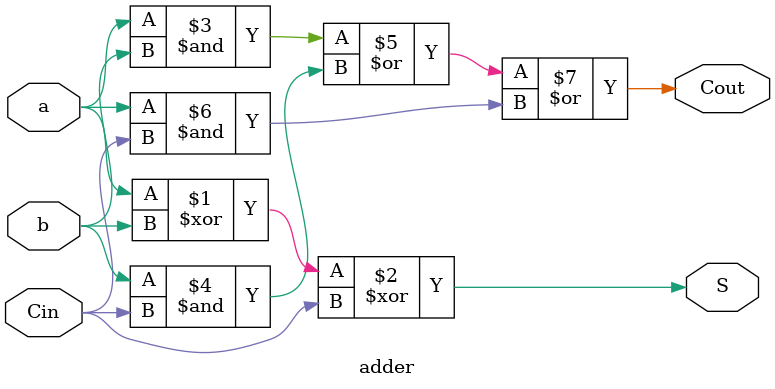
<source format=v>
`timescale 1ns / 1ps

module adder(
    input a,
    input b,
    input Cin,
    output S,
    output Cout
    );
    
    assign S = a ^ b ^ Cin;
    assign Cout = (a & b) | (b & Cin) | (a & Cin);

endmodule

</source>
